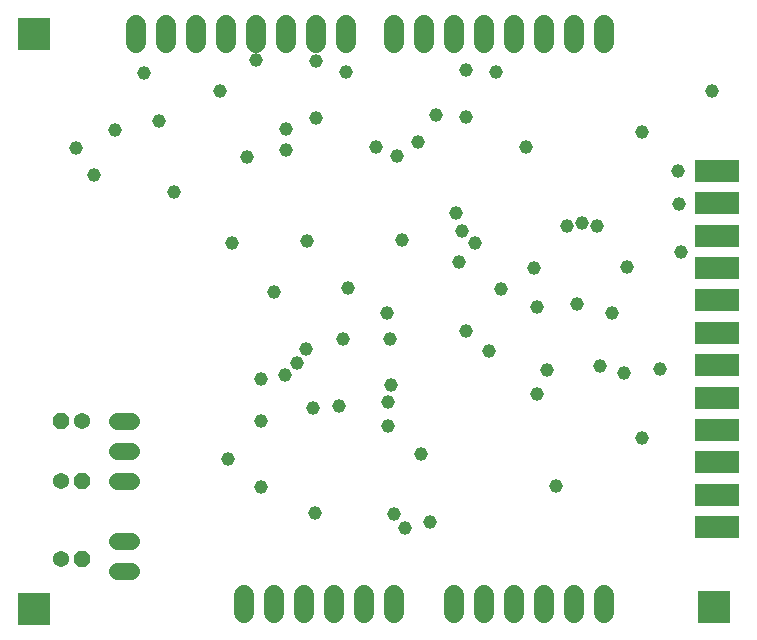
<source format=gbs>
G75*
G70*
%OFA0B0*%
%FSLAX24Y24*%
%IPPOS*%
%LPD*%
%AMOC8*
5,1,8,0,0,1.08239X$1,22.5*
%
%ADD10C,0.0680*%
%ADD11C,0.0560*%
%ADD12OC8,0.0540*%
%ADD13C,0.0540*%
%ADD14R,0.1458X0.0749*%
%ADD15C,0.0456*%
%ADD16R,0.1080X0.1080*%
D10*
X010431Y001789D02*
X010431Y002389D01*
X011431Y002389D02*
X011431Y001789D01*
X012431Y001789D02*
X012431Y002389D01*
X013431Y002389D02*
X013431Y001789D01*
X014431Y001789D02*
X014431Y002389D01*
X015431Y002389D02*
X015431Y001789D01*
X017431Y001789D02*
X017431Y002389D01*
X018431Y002389D02*
X018431Y001789D01*
X019431Y001789D02*
X019431Y002389D01*
X020431Y002389D02*
X020431Y001789D01*
X021431Y001789D02*
X021431Y002389D01*
X022431Y002389D02*
X022431Y001789D01*
X022431Y020789D02*
X022431Y021389D01*
X021431Y021389D02*
X021431Y020789D01*
X020431Y020789D02*
X020431Y021389D01*
X019431Y021389D02*
X019431Y020789D01*
X018431Y020789D02*
X018431Y021389D01*
X017431Y021389D02*
X017431Y020789D01*
X016431Y020789D02*
X016431Y021389D01*
X015431Y021389D02*
X015431Y020789D01*
X013831Y020789D02*
X013831Y021389D01*
X012831Y021389D02*
X012831Y020789D01*
X011831Y020789D02*
X011831Y021389D01*
X010831Y021389D02*
X010831Y020789D01*
X009831Y020789D02*
X009831Y021389D01*
X008831Y021389D02*
X008831Y020789D01*
X007831Y020789D02*
X007831Y021389D01*
X006831Y021389D02*
X006831Y020789D01*
D11*
X006671Y008189D02*
X006191Y008189D01*
X006191Y007189D02*
X006671Y007189D01*
X006671Y006189D02*
X006191Y006189D01*
X006191Y004189D02*
X006671Y004189D01*
X006671Y003189D02*
X006191Y003189D01*
D12*
X005031Y003589D03*
X005031Y006189D03*
X004331Y008189D03*
D13*
X005031Y008189D03*
X004331Y006189D03*
X004331Y003589D03*
D14*
X026201Y004649D03*
X026201Y005729D03*
X026201Y006809D03*
X026201Y007889D03*
X026201Y008969D03*
X026201Y010049D03*
X026201Y011129D03*
X026201Y012209D03*
X026201Y013289D03*
X026201Y014369D03*
X026201Y015449D03*
X026201Y016529D03*
D15*
X024881Y016539D03*
X024931Y015439D03*
X024981Y013839D03*
X023181Y013339D03*
X022181Y014689D03*
X021681Y014789D03*
X021181Y014689D03*
X020081Y013289D03*
X018981Y012589D03*
X020181Y011989D03*
X021531Y012089D03*
X022681Y011789D03*
X022281Y010039D03*
X023081Y009789D03*
X024281Y009939D03*
X023681Y007639D03*
X020831Y006039D03*
X016631Y004839D03*
X015781Y004639D03*
X015431Y005089D03*
X012781Y005139D03*
X010981Y005989D03*
X009881Y006939D03*
X010981Y008189D03*
X010981Y009589D03*
X011781Y009739D03*
X012181Y010139D03*
X012481Y010589D03*
X013731Y010939D03*
X015181Y011789D03*
X015281Y010939D03*
X015331Y009389D03*
X015231Y008839D03*
X015231Y008039D03*
X016331Y007089D03*
X013581Y008689D03*
X012731Y008639D03*
X017831Y011189D03*
X018581Y010539D03*
X020531Y009889D03*
X020181Y009089D03*
X017581Y013489D03*
X018131Y014139D03*
X017681Y014539D03*
X017481Y015139D03*
X015681Y014239D03*
X013881Y012639D03*
X012531Y014189D03*
X011431Y012489D03*
X010031Y014139D03*
X008081Y015839D03*
X010531Y016989D03*
X011831Y017239D03*
X011831Y017939D03*
X012831Y018289D03*
X014831Y017339D03*
X015531Y017039D03*
X016231Y017489D03*
X016831Y018389D03*
X017831Y018339D03*
X019831Y017339D03*
X018831Y019839D03*
X017831Y019889D03*
X013831Y019839D03*
X012831Y020189D03*
X010831Y020239D03*
X009631Y019189D03*
X007581Y018189D03*
X006131Y017889D03*
X004831Y017289D03*
X005431Y016389D03*
X007081Y019789D03*
X023681Y017839D03*
X026031Y019189D03*
D16*
X003431Y001939D03*
X026081Y001989D03*
X003431Y021089D03*
M02*

</source>
